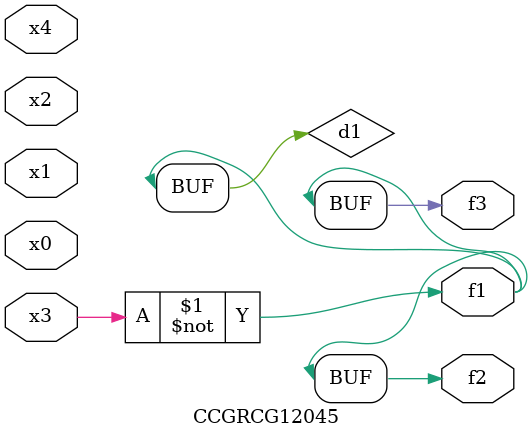
<source format=v>
module CCGRCG12045(
	input x0, x1, x2, x3, x4,
	output f1, f2, f3
);

	wire d1, d2;

	xnor (d1, x3);
	not (d2, x1);
	assign f1 = d1;
	assign f2 = d1;
	assign f3 = d1;
endmodule

</source>
